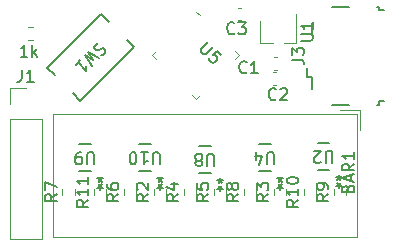
<source format=gbr>
%TF.GenerationSoftware,KiCad,Pcbnew,7.0.9*%
%TF.CreationDate,2024-08-09T11:55:52-06:00*%
%TF.ProjectId,SWAG_BAR_LED_ARM,53574147-5f42-4415-925f-4c45445f4152,rev?*%
%TF.SameCoordinates,Original*%
%TF.FileFunction,Legend,Top*%
%TF.FilePolarity,Positive*%
%FSLAX46Y46*%
G04 Gerber Fmt 4.6, Leading zero omitted, Abs format (unit mm)*
G04 Created by KiCad (PCBNEW 7.0.9) date 2024-08-09 11:55:52*
%MOMM*%
%LPD*%
G01*
G04 APERTURE LIST*
%ADD10C,0.150000*%
%ADD11C,0.120000*%
%ADD12C,0.152400*%
G04 APERTURE END LIST*
D10*
X78570152Y-93825219D02*
X77998724Y-93825219D01*
X78284438Y-93825219D02*
X78284438Y-92825219D01*
X78284438Y-92825219D02*
X78189200Y-92968076D01*
X78189200Y-92968076D02*
X78093962Y-93063314D01*
X78093962Y-93063314D02*
X77998724Y-93110933D01*
X78998724Y-93825219D02*
X78998724Y-92825219D01*
X79093962Y-93444266D02*
X79379676Y-93825219D01*
X79379676Y-93158552D02*
X78998724Y-93539504D01*
X97128333Y-95101580D02*
X97080714Y-95149200D01*
X97080714Y-95149200D02*
X96937857Y-95196819D01*
X96937857Y-95196819D02*
X96842619Y-95196819D01*
X96842619Y-95196819D02*
X96699762Y-95149200D01*
X96699762Y-95149200D02*
X96604524Y-95053961D01*
X96604524Y-95053961D02*
X96556905Y-94958723D01*
X96556905Y-94958723D02*
X96509286Y-94768247D01*
X96509286Y-94768247D02*
X96509286Y-94625390D01*
X96509286Y-94625390D02*
X96556905Y-94434914D01*
X96556905Y-94434914D02*
X96604524Y-94339676D01*
X96604524Y-94339676D02*
X96699762Y-94244438D01*
X96699762Y-94244438D02*
X96842619Y-94196819D01*
X96842619Y-94196819D02*
X96937857Y-94196819D01*
X96937857Y-94196819D02*
X97080714Y-94244438D01*
X97080714Y-94244438D02*
X97128333Y-94292057D01*
X98080714Y-95196819D02*
X97509286Y-95196819D01*
X97795000Y-95196819D02*
X97795000Y-94196819D01*
X97795000Y-94196819D02*
X97699762Y-94339676D01*
X97699762Y-94339676D02*
X97604524Y-94434914D01*
X97604524Y-94434914D02*
X97509286Y-94482533D01*
X100983819Y-94059333D02*
X101698104Y-94059333D01*
X101698104Y-94059333D02*
X101840961Y-94106952D01*
X101840961Y-94106952D02*
X101936200Y-94202190D01*
X101936200Y-94202190D02*
X101983819Y-94345047D01*
X101983819Y-94345047D02*
X101983819Y-94440285D01*
X100983819Y-93678380D02*
X100983819Y-93059333D01*
X100983819Y-93059333D02*
X101364771Y-93392666D01*
X101364771Y-93392666D02*
X101364771Y-93249809D01*
X101364771Y-93249809D02*
X101412390Y-93154571D01*
X101412390Y-93154571D02*
X101460009Y-93106952D01*
X101460009Y-93106952D02*
X101555247Y-93059333D01*
X101555247Y-93059333D02*
X101793342Y-93059333D01*
X101793342Y-93059333D02*
X101888580Y-93106952D01*
X101888580Y-93106952D02*
X101936200Y-93154571D01*
X101936200Y-93154571D02*
X101983819Y-93249809D01*
X101983819Y-93249809D02*
X101983819Y-93535523D01*
X101983819Y-93535523D02*
X101936200Y-93630761D01*
X101936200Y-93630761D02*
X101888580Y-93678380D01*
X84200904Y-102907180D02*
X84200904Y-102097657D01*
X84200904Y-102097657D02*
X84153285Y-102002419D01*
X84153285Y-102002419D02*
X84105666Y-101954800D01*
X84105666Y-101954800D02*
X84010428Y-101907180D01*
X84010428Y-101907180D02*
X83819952Y-101907180D01*
X83819952Y-101907180D02*
X83724714Y-101954800D01*
X83724714Y-101954800D02*
X83677095Y-102002419D01*
X83677095Y-102002419D02*
X83629476Y-102097657D01*
X83629476Y-102097657D02*
X83629476Y-102907180D01*
X83105666Y-101907180D02*
X82915190Y-101907180D01*
X82915190Y-101907180D02*
X82819952Y-101954800D01*
X82819952Y-101954800D02*
X82772333Y-102002419D01*
X82772333Y-102002419D02*
X82677095Y-102145276D01*
X82677095Y-102145276D02*
X82629476Y-102335752D01*
X82629476Y-102335752D02*
X82629476Y-102716704D01*
X82629476Y-102716704D02*
X82677095Y-102811942D01*
X82677095Y-102811942D02*
X82724714Y-102859561D01*
X82724714Y-102859561D02*
X82819952Y-102907180D01*
X82819952Y-102907180D02*
X83010428Y-102907180D01*
X83010428Y-102907180D02*
X83105666Y-102859561D01*
X83105666Y-102859561D02*
X83153285Y-102811942D01*
X83153285Y-102811942D02*
X83200904Y-102716704D01*
X83200904Y-102716704D02*
X83200904Y-102478609D01*
X83200904Y-102478609D02*
X83153285Y-102383371D01*
X83153285Y-102383371D02*
X83105666Y-102335752D01*
X83105666Y-102335752D02*
X83010428Y-102288133D01*
X83010428Y-102288133D02*
X82819952Y-102288133D01*
X82819952Y-102288133D02*
X82724714Y-102335752D01*
X82724714Y-102335752D02*
X82677095Y-102383371D01*
X82677095Y-102383371D02*
X82629476Y-102478609D01*
X84734400Y-103965419D02*
X84734400Y-104203514D01*
X84496305Y-104108276D02*
X84734400Y-104203514D01*
X84734400Y-104203514D02*
X84972495Y-104108276D01*
X84591543Y-104393990D02*
X84734400Y-104203514D01*
X84734400Y-104203514D02*
X84877257Y-104393990D01*
X84734399Y-105055780D02*
X84734399Y-104817685D01*
X84972494Y-104912923D02*
X84734399Y-104817685D01*
X84734399Y-104817685D02*
X84496304Y-104912923D01*
X84877256Y-104627209D02*
X84734399Y-104817685D01*
X84734399Y-104817685D02*
X84591542Y-104627209D01*
X99440904Y-102907180D02*
X99440904Y-102097657D01*
X99440904Y-102097657D02*
X99393285Y-102002419D01*
X99393285Y-102002419D02*
X99345666Y-101954800D01*
X99345666Y-101954800D02*
X99250428Y-101907180D01*
X99250428Y-101907180D02*
X99059952Y-101907180D01*
X99059952Y-101907180D02*
X98964714Y-101954800D01*
X98964714Y-101954800D02*
X98917095Y-102002419D01*
X98917095Y-102002419D02*
X98869476Y-102097657D01*
X98869476Y-102097657D02*
X98869476Y-102907180D01*
X97964714Y-102573847D02*
X97964714Y-101907180D01*
X98202809Y-102954800D02*
X98440904Y-102240514D01*
X98440904Y-102240514D02*
X97821857Y-102240514D01*
X99974399Y-105055780D02*
X99974399Y-104817685D01*
X100212494Y-104912923D02*
X99974399Y-104817685D01*
X99974399Y-104817685D02*
X99736304Y-104912923D01*
X100117256Y-104627209D02*
X99974399Y-104817685D01*
X99974399Y-104817685D02*
X99831542Y-104627209D01*
X99974400Y-103965419D02*
X99974400Y-104203514D01*
X99736305Y-104108276D02*
X99974400Y-104203514D01*
X99974400Y-104203514D02*
X100212495Y-104108276D01*
X99831543Y-104393990D02*
X99974400Y-104203514D01*
X99974400Y-104203514D02*
X100117257Y-104393990D01*
X88813819Y-105449666D02*
X88337628Y-105782999D01*
X88813819Y-106021094D02*
X87813819Y-106021094D01*
X87813819Y-106021094D02*
X87813819Y-105640142D01*
X87813819Y-105640142D02*
X87861438Y-105544904D01*
X87861438Y-105544904D02*
X87909057Y-105497285D01*
X87909057Y-105497285D02*
X88004295Y-105449666D01*
X88004295Y-105449666D02*
X88147152Y-105449666D01*
X88147152Y-105449666D02*
X88242390Y-105497285D01*
X88242390Y-105497285D02*
X88290009Y-105544904D01*
X88290009Y-105544904D02*
X88337628Y-105640142D01*
X88337628Y-105640142D02*
X88337628Y-106021094D01*
X87909057Y-105068713D02*
X87861438Y-105021094D01*
X87861438Y-105021094D02*
X87813819Y-104925856D01*
X87813819Y-104925856D02*
X87813819Y-104687761D01*
X87813819Y-104687761D02*
X87861438Y-104592523D01*
X87861438Y-104592523D02*
X87909057Y-104544904D01*
X87909057Y-104544904D02*
X88004295Y-104497285D01*
X88004295Y-104497285D02*
X88099533Y-104497285D01*
X88099533Y-104497285D02*
X88242390Y-104544904D01*
X88242390Y-104544904D02*
X88813819Y-105116332D01*
X88813819Y-105116332D02*
X88813819Y-104497285D01*
X96099333Y-91799580D02*
X96051714Y-91847200D01*
X96051714Y-91847200D02*
X95908857Y-91894819D01*
X95908857Y-91894819D02*
X95813619Y-91894819D01*
X95813619Y-91894819D02*
X95670762Y-91847200D01*
X95670762Y-91847200D02*
X95575524Y-91751961D01*
X95575524Y-91751961D02*
X95527905Y-91656723D01*
X95527905Y-91656723D02*
X95480286Y-91466247D01*
X95480286Y-91466247D02*
X95480286Y-91323390D01*
X95480286Y-91323390D02*
X95527905Y-91132914D01*
X95527905Y-91132914D02*
X95575524Y-91037676D01*
X95575524Y-91037676D02*
X95670762Y-90942438D01*
X95670762Y-90942438D02*
X95813619Y-90894819D01*
X95813619Y-90894819D02*
X95908857Y-90894819D01*
X95908857Y-90894819D02*
X96051714Y-90942438D01*
X96051714Y-90942438D02*
X96099333Y-90990057D01*
X96432667Y-90894819D02*
X97051714Y-90894819D01*
X97051714Y-90894819D02*
X96718381Y-91275771D01*
X96718381Y-91275771D02*
X96861238Y-91275771D01*
X96861238Y-91275771D02*
X96956476Y-91323390D01*
X96956476Y-91323390D02*
X97004095Y-91371009D01*
X97004095Y-91371009D02*
X97051714Y-91466247D01*
X97051714Y-91466247D02*
X97051714Y-91704342D01*
X97051714Y-91704342D02*
X97004095Y-91799580D01*
X97004095Y-91799580D02*
X96956476Y-91847200D01*
X96956476Y-91847200D02*
X96861238Y-91894819D01*
X96861238Y-91894819D02*
X96575524Y-91894819D01*
X96575524Y-91894819D02*
X96480286Y-91847200D01*
X96480286Y-91847200D02*
X96432667Y-91799580D01*
X81066819Y-105449666D02*
X80590628Y-105782999D01*
X81066819Y-106021094D02*
X80066819Y-106021094D01*
X80066819Y-106021094D02*
X80066819Y-105640142D01*
X80066819Y-105640142D02*
X80114438Y-105544904D01*
X80114438Y-105544904D02*
X80162057Y-105497285D01*
X80162057Y-105497285D02*
X80257295Y-105449666D01*
X80257295Y-105449666D02*
X80400152Y-105449666D01*
X80400152Y-105449666D02*
X80495390Y-105497285D01*
X80495390Y-105497285D02*
X80543009Y-105544904D01*
X80543009Y-105544904D02*
X80590628Y-105640142D01*
X80590628Y-105640142D02*
X80590628Y-106021094D01*
X80066819Y-105116332D02*
X80066819Y-104449666D01*
X80066819Y-104449666D02*
X81066819Y-104878237D01*
X101513819Y-105925857D02*
X101037628Y-106259190D01*
X101513819Y-106497285D02*
X100513819Y-106497285D01*
X100513819Y-106497285D02*
X100513819Y-106116333D01*
X100513819Y-106116333D02*
X100561438Y-106021095D01*
X100561438Y-106021095D02*
X100609057Y-105973476D01*
X100609057Y-105973476D02*
X100704295Y-105925857D01*
X100704295Y-105925857D02*
X100847152Y-105925857D01*
X100847152Y-105925857D02*
X100942390Y-105973476D01*
X100942390Y-105973476D02*
X100990009Y-106021095D01*
X100990009Y-106021095D02*
X101037628Y-106116333D01*
X101037628Y-106116333D02*
X101037628Y-106497285D01*
X101513819Y-104973476D02*
X101513819Y-105544904D01*
X101513819Y-105259190D02*
X100513819Y-105259190D01*
X100513819Y-105259190D02*
X100656676Y-105354428D01*
X100656676Y-105354428D02*
X100751914Y-105449666D01*
X100751914Y-105449666D02*
X100799533Y-105544904D01*
X100513819Y-104354428D02*
X100513819Y-104259190D01*
X100513819Y-104259190D02*
X100561438Y-104163952D01*
X100561438Y-104163952D02*
X100609057Y-104116333D01*
X100609057Y-104116333D02*
X100704295Y-104068714D01*
X100704295Y-104068714D02*
X100894771Y-104021095D01*
X100894771Y-104021095D02*
X101132866Y-104021095D01*
X101132866Y-104021095D02*
X101323342Y-104068714D01*
X101323342Y-104068714D02*
X101418580Y-104116333D01*
X101418580Y-104116333D02*
X101466200Y-104163952D01*
X101466200Y-104163952D02*
X101513819Y-104259190D01*
X101513819Y-104259190D02*
X101513819Y-104354428D01*
X101513819Y-104354428D02*
X101466200Y-104449666D01*
X101466200Y-104449666D02*
X101418580Y-104497285D01*
X101418580Y-104497285D02*
X101323342Y-104544904D01*
X101323342Y-104544904D02*
X101132866Y-104592523D01*
X101132866Y-104592523D02*
X100894771Y-104592523D01*
X100894771Y-104592523D02*
X100704295Y-104544904D01*
X100704295Y-104544904D02*
X100609057Y-104497285D01*
X100609057Y-104497285D02*
X100561438Y-104449666D01*
X100561438Y-104449666D02*
X100513819Y-104354428D01*
X93877553Y-92598550D02*
X93305133Y-93170970D01*
X93305133Y-93170970D02*
X93271461Y-93271985D01*
X93271461Y-93271985D02*
X93271461Y-93339329D01*
X93271461Y-93339329D02*
X93305133Y-93440344D01*
X93305133Y-93440344D02*
X93439820Y-93575031D01*
X93439820Y-93575031D02*
X93540835Y-93608703D01*
X93540835Y-93608703D02*
X93608179Y-93608703D01*
X93608179Y-93608703D02*
X93709194Y-93575031D01*
X93709194Y-93575031D02*
X94281614Y-93002611D01*
X94955049Y-93676046D02*
X94618331Y-93339329D01*
X94618331Y-93339329D02*
X94247942Y-93642375D01*
X94247942Y-93642375D02*
X94315285Y-93642375D01*
X94315285Y-93642375D02*
X94416301Y-93676046D01*
X94416301Y-93676046D02*
X94584659Y-93844405D01*
X94584659Y-93844405D02*
X94618331Y-93945420D01*
X94618331Y-93945420D02*
X94618331Y-94012764D01*
X94618331Y-94012764D02*
X94584659Y-94113779D01*
X94584659Y-94113779D02*
X94416301Y-94282138D01*
X94416301Y-94282138D02*
X94315285Y-94315810D01*
X94315285Y-94315810D02*
X94247942Y-94315810D01*
X94247942Y-94315810D02*
X94146927Y-94282138D01*
X94146927Y-94282138D02*
X93978568Y-94113779D01*
X93978568Y-94113779D02*
X93944896Y-94012764D01*
X93944896Y-94012764D02*
X93944896Y-93945420D01*
X78101866Y-94914819D02*
X78101866Y-95629104D01*
X78101866Y-95629104D02*
X78054247Y-95771961D01*
X78054247Y-95771961D02*
X77959009Y-95867200D01*
X77959009Y-95867200D02*
X77816152Y-95914819D01*
X77816152Y-95914819D02*
X77720914Y-95914819D01*
X79101866Y-95914819D02*
X78530438Y-95914819D01*
X78816152Y-95914819D02*
X78816152Y-94914819D01*
X78816152Y-94914819D02*
X78720914Y-95057676D01*
X78720914Y-95057676D02*
X78625676Y-95152914D01*
X78625676Y-95152914D02*
X78530438Y-95200533D01*
X96433819Y-105449666D02*
X95957628Y-105782999D01*
X96433819Y-106021094D02*
X95433819Y-106021094D01*
X95433819Y-106021094D02*
X95433819Y-105640142D01*
X95433819Y-105640142D02*
X95481438Y-105544904D01*
X95481438Y-105544904D02*
X95529057Y-105497285D01*
X95529057Y-105497285D02*
X95624295Y-105449666D01*
X95624295Y-105449666D02*
X95767152Y-105449666D01*
X95767152Y-105449666D02*
X95862390Y-105497285D01*
X95862390Y-105497285D02*
X95910009Y-105544904D01*
X95910009Y-105544904D02*
X95957628Y-105640142D01*
X95957628Y-105640142D02*
X95957628Y-106021094D01*
X95862390Y-104878237D02*
X95814771Y-104973475D01*
X95814771Y-104973475D02*
X95767152Y-105021094D01*
X95767152Y-105021094D02*
X95671914Y-105068713D01*
X95671914Y-105068713D02*
X95624295Y-105068713D01*
X95624295Y-105068713D02*
X95529057Y-105021094D01*
X95529057Y-105021094D02*
X95481438Y-104973475D01*
X95481438Y-104973475D02*
X95433819Y-104878237D01*
X95433819Y-104878237D02*
X95433819Y-104687761D01*
X95433819Y-104687761D02*
X95481438Y-104592523D01*
X95481438Y-104592523D02*
X95529057Y-104544904D01*
X95529057Y-104544904D02*
X95624295Y-104497285D01*
X95624295Y-104497285D02*
X95671914Y-104497285D01*
X95671914Y-104497285D02*
X95767152Y-104544904D01*
X95767152Y-104544904D02*
X95814771Y-104592523D01*
X95814771Y-104592523D02*
X95862390Y-104687761D01*
X95862390Y-104687761D02*
X95862390Y-104878237D01*
X95862390Y-104878237D02*
X95910009Y-104973475D01*
X95910009Y-104973475D02*
X95957628Y-105021094D01*
X95957628Y-105021094D02*
X96052866Y-105068713D01*
X96052866Y-105068713D02*
X96243342Y-105068713D01*
X96243342Y-105068713D02*
X96338580Y-105021094D01*
X96338580Y-105021094D02*
X96386200Y-104973475D01*
X96386200Y-104973475D02*
X96433819Y-104878237D01*
X96433819Y-104878237D02*
X96433819Y-104687761D01*
X96433819Y-104687761D02*
X96386200Y-104592523D01*
X96386200Y-104592523D02*
X96338580Y-104544904D01*
X96338580Y-104544904D02*
X96243342Y-104497285D01*
X96243342Y-104497285D02*
X96052866Y-104497285D01*
X96052866Y-104497285D02*
X95957628Y-104544904D01*
X95957628Y-104544904D02*
X95910009Y-104592523D01*
X95910009Y-104592523D02*
X95862390Y-104687761D01*
X91353819Y-105449666D02*
X90877628Y-105782999D01*
X91353819Y-106021094D02*
X90353819Y-106021094D01*
X90353819Y-106021094D02*
X90353819Y-105640142D01*
X90353819Y-105640142D02*
X90401438Y-105544904D01*
X90401438Y-105544904D02*
X90449057Y-105497285D01*
X90449057Y-105497285D02*
X90544295Y-105449666D01*
X90544295Y-105449666D02*
X90687152Y-105449666D01*
X90687152Y-105449666D02*
X90782390Y-105497285D01*
X90782390Y-105497285D02*
X90830009Y-105544904D01*
X90830009Y-105544904D02*
X90877628Y-105640142D01*
X90877628Y-105640142D02*
X90877628Y-106021094D01*
X90687152Y-104592523D02*
X91353819Y-104592523D01*
X90306200Y-104830618D02*
X91020485Y-105068713D01*
X91020485Y-105068713D02*
X91020485Y-104449666D01*
X83733819Y-105925857D02*
X83257628Y-106259190D01*
X83733819Y-106497285D02*
X82733819Y-106497285D01*
X82733819Y-106497285D02*
X82733819Y-106116333D01*
X82733819Y-106116333D02*
X82781438Y-106021095D01*
X82781438Y-106021095D02*
X82829057Y-105973476D01*
X82829057Y-105973476D02*
X82924295Y-105925857D01*
X82924295Y-105925857D02*
X83067152Y-105925857D01*
X83067152Y-105925857D02*
X83162390Y-105973476D01*
X83162390Y-105973476D02*
X83210009Y-106021095D01*
X83210009Y-106021095D02*
X83257628Y-106116333D01*
X83257628Y-106116333D02*
X83257628Y-106497285D01*
X83733819Y-104973476D02*
X83733819Y-105544904D01*
X83733819Y-105259190D02*
X82733819Y-105259190D01*
X82733819Y-105259190D02*
X82876676Y-105354428D01*
X82876676Y-105354428D02*
X82971914Y-105449666D01*
X82971914Y-105449666D02*
X83019533Y-105544904D01*
X83733819Y-104021095D02*
X83733819Y-104592523D01*
X83733819Y-104306809D02*
X82733819Y-104306809D01*
X82733819Y-104306809D02*
X82876676Y-104402047D01*
X82876676Y-104402047D02*
X82971914Y-104497285D01*
X82971914Y-104497285D02*
X83019533Y-104592523D01*
X104053819Y-105449666D02*
X103577628Y-105782999D01*
X104053819Y-106021094D02*
X103053819Y-106021094D01*
X103053819Y-106021094D02*
X103053819Y-105640142D01*
X103053819Y-105640142D02*
X103101438Y-105544904D01*
X103101438Y-105544904D02*
X103149057Y-105497285D01*
X103149057Y-105497285D02*
X103244295Y-105449666D01*
X103244295Y-105449666D02*
X103387152Y-105449666D01*
X103387152Y-105449666D02*
X103482390Y-105497285D01*
X103482390Y-105497285D02*
X103530009Y-105544904D01*
X103530009Y-105544904D02*
X103577628Y-105640142D01*
X103577628Y-105640142D02*
X103577628Y-106021094D01*
X104053819Y-104973475D02*
X104053819Y-104782999D01*
X104053819Y-104782999D02*
X104006200Y-104687761D01*
X104006200Y-104687761D02*
X103958580Y-104640142D01*
X103958580Y-104640142D02*
X103815723Y-104544904D01*
X103815723Y-104544904D02*
X103625247Y-104497285D01*
X103625247Y-104497285D02*
X103244295Y-104497285D01*
X103244295Y-104497285D02*
X103149057Y-104544904D01*
X103149057Y-104544904D02*
X103101438Y-104592523D01*
X103101438Y-104592523D02*
X103053819Y-104687761D01*
X103053819Y-104687761D02*
X103053819Y-104878237D01*
X103053819Y-104878237D02*
X103101438Y-104973475D01*
X103101438Y-104973475D02*
X103149057Y-105021094D01*
X103149057Y-105021094D02*
X103244295Y-105068713D01*
X103244295Y-105068713D02*
X103482390Y-105068713D01*
X103482390Y-105068713D02*
X103577628Y-105021094D01*
X103577628Y-105021094D02*
X103625247Y-104973475D01*
X103625247Y-104973475D02*
X103672866Y-104878237D01*
X103672866Y-104878237D02*
X103672866Y-104687761D01*
X103672866Y-104687761D02*
X103625247Y-104592523D01*
X103625247Y-104592523D02*
X103577628Y-104544904D01*
X103577628Y-104544904D02*
X103482390Y-104497285D01*
X84576474Y-92647657D02*
X84441787Y-92715000D01*
X84441787Y-92715000D02*
X84273429Y-92883359D01*
X84273429Y-92883359D02*
X84239757Y-92984374D01*
X84239757Y-92984374D02*
X84239757Y-93051718D01*
X84239757Y-93051718D02*
X84273429Y-93152733D01*
X84273429Y-93152733D02*
X84340772Y-93220077D01*
X84340772Y-93220077D02*
X84441787Y-93253748D01*
X84441787Y-93253748D02*
X84509131Y-93253748D01*
X84509131Y-93253748D02*
X84610146Y-93220077D01*
X84610146Y-93220077D02*
X84778505Y-93119061D01*
X84778505Y-93119061D02*
X84879520Y-93085390D01*
X84879520Y-93085390D02*
X84946864Y-93085390D01*
X84946864Y-93085390D02*
X85047879Y-93119061D01*
X85047879Y-93119061D02*
X85115222Y-93186405D01*
X85115222Y-93186405D02*
X85148894Y-93287420D01*
X85148894Y-93287420D02*
X85148894Y-93354764D01*
X85148894Y-93354764D02*
X85115222Y-93455779D01*
X85115222Y-93455779D02*
X84946864Y-93624138D01*
X84946864Y-93624138D02*
X84812177Y-93691481D01*
X84610146Y-93960855D02*
X83734680Y-93422107D01*
X83734680Y-93422107D02*
X84105070Y-94061871D01*
X84105070Y-94061871D02*
X83465306Y-93691481D01*
X83465306Y-93691481D02*
X84004054Y-94566947D01*
X82657185Y-94499603D02*
X83061246Y-94095542D01*
X82859215Y-94297573D02*
X83566322Y-95004679D01*
X83566322Y-95004679D02*
X83532650Y-94836321D01*
X83532650Y-94836321D02*
X83532650Y-94701634D01*
X83532650Y-94701634D02*
X83566322Y-94600618D01*
X104393904Y-102780180D02*
X104393904Y-101970657D01*
X104393904Y-101970657D02*
X104346285Y-101875419D01*
X104346285Y-101875419D02*
X104298666Y-101827800D01*
X104298666Y-101827800D02*
X104203428Y-101780180D01*
X104203428Y-101780180D02*
X104012952Y-101780180D01*
X104012952Y-101780180D02*
X103917714Y-101827800D01*
X103917714Y-101827800D02*
X103870095Y-101875419D01*
X103870095Y-101875419D02*
X103822476Y-101970657D01*
X103822476Y-101970657D02*
X103822476Y-102780180D01*
X103393904Y-102684942D02*
X103346285Y-102732561D01*
X103346285Y-102732561D02*
X103251047Y-102780180D01*
X103251047Y-102780180D02*
X103012952Y-102780180D01*
X103012952Y-102780180D02*
X102917714Y-102732561D01*
X102917714Y-102732561D02*
X102870095Y-102684942D01*
X102870095Y-102684942D02*
X102822476Y-102589704D01*
X102822476Y-102589704D02*
X102822476Y-102494466D01*
X102822476Y-102494466D02*
X102870095Y-102351609D01*
X102870095Y-102351609D02*
X103441523Y-101780180D01*
X103441523Y-101780180D02*
X102822476Y-101780180D01*
X104927400Y-103838419D02*
X104927400Y-104076514D01*
X104689305Y-103981276D02*
X104927400Y-104076514D01*
X104927400Y-104076514D02*
X105165495Y-103981276D01*
X104784543Y-104266990D02*
X104927400Y-104076514D01*
X104927400Y-104076514D02*
X105070257Y-104266990D01*
X104927399Y-104928780D02*
X104927399Y-104690685D01*
X105165494Y-104785923D02*
X104927399Y-104690685D01*
X104927399Y-104690685D02*
X104689304Y-104785923D01*
X105070256Y-104500209D02*
X104927399Y-104690685D01*
X104927399Y-104690685D02*
X104784542Y-104500209D01*
X89757094Y-102907180D02*
X89757094Y-102097657D01*
X89757094Y-102097657D02*
X89709475Y-102002419D01*
X89709475Y-102002419D02*
X89661856Y-101954800D01*
X89661856Y-101954800D02*
X89566618Y-101907180D01*
X89566618Y-101907180D02*
X89376142Y-101907180D01*
X89376142Y-101907180D02*
X89280904Y-101954800D01*
X89280904Y-101954800D02*
X89233285Y-102002419D01*
X89233285Y-102002419D02*
X89185666Y-102097657D01*
X89185666Y-102097657D02*
X89185666Y-102907180D01*
X88185666Y-101907180D02*
X88757094Y-101907180D01*
X88471380Y-101907180D02*
X88471380Y-102907180D01*
X88471380Y-102907180D02*
X88566618Y-102764323D01*
X88566618Y-102764323D02*
X88661856Y-102669085D01*
X88661856Y-102669085D02*
X88757094Y-102621466D01*
X87566618Y-102907180D02*
X87471380Y-102907180D01*
X87471380Y-102907180D02*
X87376142Y-102859561D01*
X87376142Y-102859561D02*
X87328523Y-102811942D01*
X87328523Y-102811942D02*
X87280904Y-102716704D01*
X87280904Y-102716704D02*
X87233285Y-102526228D01*
X87233285Y-102526228D02*
X87233285Y-102288133D01*
X87233285Y-102288133D02*
X87280904Y-102097657D01*
X87280904Y-102097657D02*
X87328523Y-102002419D01*
X87328523Y-102002419D02*
X87376142Y-101954800D01*
X87376142Y-101954800D02*
X87471380Y-101907180D01*
X87471380Y-101907180D02*
X87566618Y-101907180D01*
X87566618Y-101907180D02*
X87661856Y-101954800D01*
X87661856Y-101954800D02*
X87709475Y-102002419D01*
X87709475Y-102002419D02*
X87757094Y-102097657D01*
X87757094Y-102097657D02*
X87804713Y-102288133D01*
X87804713Y-102288133D02*
X87804713Y-102526228D01*
X87804713Y-102526228D02*
X87757094Y-102716704D01*
X87757094Y-102716704D02*
X87709475Y-102811942D01*
X87709475Y-102811942D02*
X87661856Y-102859561D01*
X87661856Y-102859561D02*
X87566618Y-102907180D01*
X89814399Y-105055780D02*
X89814399Y-104817685D01*
X90052494Y-104912923D02*
X89814399Y-104817685D01*
X89814399Y-104817685D02*
X89576304Y-104912923D01*
X89957256Y-104627209D02*
X89814399Y-104817685D01*
X89814399Y-104817685D02*
X89671542Y-104627209D01*
X89814400Y-103965419D02*
X89814400Y-104203514D01*
X89576305Y-104108276D02*
X89814400Y-104203514D01*
X89814400Y-104203514D02*
X90052495Y-104108276D01*
X89671543Y-104393990D02*
X89814400Y-104203514D01*
X89814400Y-104203514D02*
X89957257Y-104393990D01*
X99604533Y-97387580D02*
X99556914Y-97435200D01*
X99556914Y-97435200D02*
X99414057Y-97482819D01*
X99414057Y-97482819D02*
X99318819Y-97482819D01*
X99318819Y-97482819D02*
X99175962Y-97435200D01*
X99175962Y-97435200D02*
X99080724Y-97339961D01*
X99080724Y-97339961D02*
X99033105Y-97244723D01*
X99033105Y-97244723D02*
X98985486Y-97054247D01*
X98985486Y-97054247D02*
X98985486Y-96911390D01*
X98985486Y-96911390D02*
X99033105Y-96720914D01*
X99033105Y-96720914D02*
X99080724Y-96625676D01*
X99080724Y-96625676D02*
X99175962Y-96530438D01*
X99175962Y-96530438D02*
X99318819Y-96482819D01*
X99318819Y-96482819D02*
X99414057Y-96482819D01*
X99414057Y-96482819D02*
X99556914Y-96530438D01*
X99556914Y-96530438D02*
X99604533Y-96578057D01*
X99985486Y-96578057D02*
X100033105Y-96530438D01*
X100033105Y-96530438D02*
X100128343Y-96482819D01*
X100128343Y-96482819D02*
X100366438Y-96482819D01*
X100366438Y-96482819D02*
X100461676Y-96530438D01*
X100461676Y-96530438D02*
X100509295Y-96578057D01*
X100509295Y-96578057D02*
X100556914Y-96673295D01*
X100556914Y-96673295D02*
X100556914Y-96768533D01*
X100556914Y-96768533D02*
X100509295Y-96911390D01*
X100509295Y-96911390D02*
X99937867Y-97482819D01*
X99937867Y-97482819D02*
X100556914Y-97482819D01*
X93893819Y-105449666D02*
X93417628Y-105782999D01*
X93893819Y-106021094D02*
X92893819Y-106021094D01*
X92893819Y-106021094D02*
X92893819Y-105640142D01*
X92893819Y-105640142D02*
X92941438Y-105544904D01*
X92941438Y-105544904D02*
X92989057Y-105497285D01*
X92989057Y-105497285D02*
X93084295Y-105449666D01*
X93084295Y-105449666D02*
X93227152Y-105449666D01*
X93227152Y-105449666D02*
X93322390Y-105497285D01*
X93322390Y-105497285D02*
X93370009Y-105544904D01*
X93370009Y-105544904D02*
X93417628Y-105640142D01*
X93417628Y-105640142D02*
X93417628Y-106021094D01*
X92893819Y-104544904D02*
X92893819Y-105021094D01*
X92893819Y-105021094D02*
X93370009Y-105068713D01*
X93370009Y-105068713D02*
X93322390Y-105021094D01*
X93322390Y-105021094D02*
X93274771Y-104925856D01*
X93274771Y-104925856D02*
X93274771Y-104687761D01*
X93274771Y-104687761D02*
X93322390Y-104592523D01*
X93322390Y-104592523D02*
X93370009Y-104544904D01*
X93370009Y-104544904D02*
X93465247Y-104497285D01*
X93465247Y-104497285D02*
X93703342Y-104497285D01*
X93703342Y-104497285D02*
X93798580Y-104544904D01*
X93798580Y-104544904D02*
X93846200Y-104592523D01*
X93846200Y-104592523D02*
X93893819Y-104687761D01*
X93893819Y-104687761D02*
X93893819Y-104925856D01*
X93893819Y-104925856D02*
X93846200Y-105021094D01*
X93846200Y-105021094D02*
X93798580Y-105068713D01*
X86273819Y-105449666D02*
X85797628Y-105782999D01*
X86273819Y-106021094D02*
X85273819Y-106021094D01*
X85273819Y-106021094D02*
X85273819Y-105640142D01*
X85273819Y-105640142D02*
X85321438Y-105544904D01*
X85321438Y-105544904D02*
X85369057Y-105497285D01*
X85369057Y-105497285D02*
X85464295Y-105449666D01*
X85464295Y-105449666D02*
X85607152Y-105449666D01*
X85607152Y-105449666D02*
X85702390Y-105497285D01*
X85702390Y-105497285D02*
X85750009Y-105544904D01*
X85750009Y-105544904D02*
X85797628Y-105640142D01*
X85797628Y-105640142D02*
X85797628Y-106021094D01*
X85273819Y-104592523D02*
X85273819Y-104782999D01*
X85273819Y-104782999D02*
X85321438Y-104878237D01*
X85321438Y-104878237D02*
X85369057Y-104925856D01*
X85369057Y-104925856D02*
X85511914Y-105021094D01*
X85511914Y-105021094D02*
X85702390Y-105068713D01*
X85702390Y-105068713D02*
X86083342Y-105068713D01*
X86083342Y-105068713D02*
X86178580Y-105021094D01*
X86178580Y-105021094D02*
X86226200Y-104973475D01*
X86226200Y-104973475D02*
X86273819Y-104878237D01*
X86273819Y-104878237D02*
X86273819Y-104687761D01*
X86273819Y-104687761D02*
X86226200Y-104592523D01*
X86226200Y-104592523D02*
X86178580Y-104544904D01*
X86178580Y-104544904D02*
X86083342Y-104497285D01*
X86083342Y-104497285D02*
X85845247Y-104497285D01*
X85845247Y-104497285D02*
X85750009Y-104544904D01*
X85750009Y-104544904D02*
X85702390Y-104592523D01*
X85702390Y-104592523D02*
X85654771Y-104687761D01*
X85654771Y-104687761D02*
X85654771Y-104878237D01*
X85654771Y-104878237D02*
X85702390Y-104973475D01*
X85702390Y-104973475D02*
X85750009Y-105021094D01*
X85750009Y-105021094D02*
X85845247Y-105068713D01*
X101726819Y-92455904D02*
X102536342Y-92455904D01*
X102536342Y-92455904D02*
X102631580Y-92408285D01*
X102631580Y-92408285D02*
X102679200Y-92360666D01*
X102679200Y-92360666D02*
X102726819Y-92265428D01*
X102726819Y-92265428D02*
X102726819Y-92074952D01*
X102726819Y-92074952D02*
X102679200Y-91979714D01*
X102679200Y-91979714D02*
X102631580Y-91932095D01*
X102631580Y-91932095D02*
X102536342Y-91884476D01*
X102536342Y-91884476D02*
X101726819Y-91884476D01*
X102726819Y-90884476D02*
X102726819Y-91455904D01*
X102726819Y-91170190D02*
X101726819Y-91170190D01*
X101726819Y-91170190D02*
X101869676Y-91265428D01*
X101869676Y-91265428D02*
X101964914Y-91360666D01*
X101964914Y-91360666D02*
X102012533Y-91455904D01*
X98973819Y-105449666D02*
X98497628Y-105782999D01*
X98973819Y-106021094D02*
X97973819Y-106021094D01*
X97973819Y-106021094D02*
X97973819Y-105640142D01*
X97973819Y-105640142D02*
X98021438Y-105544904D01*
X98021438Y-105544904D02*
X98069057Y-105497285D01*
X98069057Y-105497285D02*
X98164295Y-105449666D01*
X98164295Y-105449666D02*
X98307152Y-105449666D01*
X98307152Y-105449666D02*
X98402390Y-105497285D01*
X98402390Y-105497285D02*
X98450009Y-105544904D01*
X98450009Y-105544904D02*
X98497628Y-105640142D01*
X98497628Y-105640142D02*
X98497628Y-106021094D01*
X97973819Y-105116332D02*
X97973819Y-104497285D01*
X97973819Y-104497285D02*
X98354771Y-104830618D01*
X98354771Y-104830618D02*
X98354771Y-104687761D01*
X98354771Y-104687761D02*
X98402390Y-104592523D01*
X98402390Y-104592523D02*
X98450009Y-104544904D01*
X98450009Y-104544904D02*
X98545247Y-104497285D01*
X98545247Y-104497285D02*
X98783342Y-104497285D01*
X98783342Y-104497285D02*
X98878580Y-104544904D01*
X98878580Y-104544904D02*
X98926200Y-104592523D01*
X98926200Y-104592523D02*
X98973819Y-104687761D01*
X98973819Y-104687761D02*
X98973819Y-104973475D01*
X98973819Y-104973475D02*
X98926200Y-105068713D01*
X98926200Y-105068713D02*
X98878580Y-105116332D01*
X94360904Y-103034180D02*
X94360904Y-102224657D01*
X94360904Y-102224657D02*
X94313285Y-102129419D01*
X94313285Y-102129419D02*
X94265666Y-102081800D01*
X94265666Y-102081800D02*
X94170428Y-102034180D01*
X94170428Y-102034180D02*
X93979952Y-102034180D01*
X93979952Y-102034180D02*
X93884714Y-102081800D01*
X93884714Y-102081800D02*
X93837095Y-102129419D01*
X93837095Y-102129419D02*
X93789476Y-102224657D01*
X93789476Y-102224657D02*
X93789476Y-103034180D01*
X93170428Y-102605609D02*
X93265666Y-102653228D01*
X93265666Y-102653228D02*
X93313285Y-102700847D01*
X93313285Y-102700847D02*
X93360904Y-102796085D01*
X93360904Y-102796085D02*
X93360904Y-102843704D01*
X93360904Y-102843704D02*
X93313285Y-102938942D01*
X93313285Y-102938942D02*
X93265666Y-102986561D01*
X93265666Y-102986561D02*
X93170428Y-103034180D01*
X93170428Y-103034180D02*
X92979952Y-103034180D01*
X92979952Y-103034180D02*
X92884714Y-102986561D01*
X92884714Y-102986561D02*
X92837095Y-102938942D01*
X92837095Y-102938942D02*
X92789476Y-102843704D01*
X92789476Y-102843704D02*
X92789476Y-102796085D01*
X92789476Y-102796085D02*
X92837095Y-102700847D01*
X92837095Y-102700847D02*
X92884714Y-102653228D01*
X92884714Y-102653228D02*
X92979952Y-102605609D01*
X92979952Y-102605609D02*
X93170428Y-102605609D01*
X93170428Y-102605609D02*
X93265666Y-102557990D01*
X93265666Y-102557990D02*
X93313285Y-102510371D01*
X93313285Y-102510371D02*
X93360904Y-102415133D01*
X93360904Y-102415133D02*
X93360904Y-102224657D01*
X93360904Y-102224657D02*
X93313285Y-102129419D01*
X93313285Y-102129419D02*
X93265666Y-102081800D01*
X93265666Y-102081800D02*
X93170428Y-102034180D01*
X93170428Y-102034180D02*
X92979952Y-102034180D01*
X92979952Y-102034180D02*
X92884714Y-102081800D01*
X92884714Y-102081800D02*
X92837095Y-102129419D01*
X92837095Y-102129419D02*
X92789476Y-102224657D01*
X92789476Y-102224657D02*
X92789476Y-102415133D01*
X92789476Y-102415133D02*
X92837095Y-102510371D01*
X92837095Y-102510371D02*
X92884714Y-102557990D01*
X92884714Y-102557990D02*
X92979952Y-102605609D01*
X94894400Y-104092419D02*
X94894400Y-104330514D01*
X94656305Y-104235276D02*
X94894400Y-104330514D01*
X94894400Y-104330514D02*
X95132495Y-104235276D01*
X94751543Y-104520990D02*
X94894400Y-104330514D01*
X94894400Y-104330514D02*
X95037257Y-104520990D01*
X94894399Y-105182780D02*
X94894399Y-104944685D01*
X95132494Y-105039923D02*
X94894399Y-104944685D01*
X94894399Y-104944685D02*
X94656304Y-105039923D01*
X95037256Y-104754209D02*
X94894399Y-104944685D01*
X94894399Y-104944685D02*
X94751542Y-104754209D01*
X105722009Y-104965333D02*
X105769628Y-104822476D01*
X105769628Y-104822476D02*
X105817247Y-104774857D01*
X105817247Y-104774857D02*
X105912485Y-104727238D01*
X105912485Y-104727238D02*
X106055342Y-104727238D01*
X106055342Y-104727238D02*
X106150580Y-104774857D01*
X106150580Y-104774857D02*
X106198200Y-104822476D01*
X106198200Y-104822476D02*
X106245819Y-104917714D01*
X106245819Y-104917714D02*
X106245819Y-105298666D01*
X106245819Y-105298666D02*
X105245819Y-105298666D01*
X105245819Y-105298666D02*
X105245819Y-104965333D01*
X105245819Y-104965333D02*
X105293438Y-104870095D01*
X105293438Y-104870095D02*
X105341057Y-104822476D01*
X105341057Y-104822476D02*
X105436295Y-104774857D01*
X105436295Y-104774857D02*
X105531533Y-104774857D01*
X105531533Y-104774857D02*
X105626771Y-104822476D01*
X105626771Y-104822476D02*
X105674390Y-104870095D01*
X105674390Y-104870095D02*
X105722009Y-104965333D01*
X105722009Y-104965333D02*
X105722009Y-105298666D01*
X105960104Y-104346285D02*
X105960104Y-103870095D01*
X106245819Y-104441523D02*
X105245819Y-104108190D01*
X105245819Y-104108190D02*
X106245819Y-103774857D01*
X106245819Y-102870095D02*
X105769628Y-103203428D01*
X106245819Y-103441523D02*
X105245819Y-103441523D01*
X105245819Y-103441523D02*
X105245819Y-103060571D01*
X105245819Y-103060571D02*
X105293438Y-102965333D01*
X105293438Y-102965333D02*
X105341057Y-102917714D01*
X105341057Y-102917714D02*
X105436295Y-102870095D01*
X105436295Y-102870095D02*
X105579152Y-102870095D01*
X105579152Y-102870095D02*
X105674390Y-102917714D01*
X105674390Y-102917714D02*
X105722009Y-102965333D01*
X105722009Y-102965333D02*
X105769628Y-103060571D01*
X105769628Y-103060571D02*
X105769628Y-103441523D01*
X106245819Y-101917714D02*
X106245819Y-102489142D01*
X106245819Y-102203428D02*
X105245819Y-102203428D01*
X105245819Y-102203428D02*
X105388676Y-102298666D01*
X105388676Y-102298666D02*
X105483914Y-102393904D01*
X105483914Y-102393904D02*
X105531533Y-102489142D01*
D11*
%TO.C,C1*%
X99440420Y-93876400D02*
X99721580Y-93876400D01*
X99440420Y-94896400D02*
X99721580Y-94896400D01*
%TO.C,R12*%
X79078858Y-92368900D02*
X78604342Y-92368900D01*
X79078858Y-91323900D02*
X78604342Y-91323900D01*
D10*
%TO.C,J3*%
X104379000Y-97876000D02*
X105779000Y-97876000D01*
X108179000Y-97876000D02*
X108329000Y-97876000D01*
X108329000Y-97876000D02*
X108329000Y-97576000D01*
X108329000Y-97576000D02*
X108779000Y-97576000D01*
X102204000Y-95526000D02*
X102629000Y-95526000D01*
X102629000Y-95526000D02*
X102629000Y-96526000D01*
X102204000Y-94801000D02*
X102204000Y-95526000D01*
X102629000Y-91926000D02*
X102629000Y-90926000D01*
X108329000Y-89876000D02*
X108329000Y-89576000D01*
X108779000Y-89876000D02*
X108329000Y-89876000D01*
X105779000Y-89576000D02*
X104379000Y-89576000D01*
X108329000Y-89576000D02*
X108179000Y-89576000D01*
D12*
%TO.C,U9*%
X83922704Y-101231700D02*
X82955296Y-101231700D01*
X82955296Y-103492300D02*
X83922704Y-103492300D01*
%TO.C,U4*%
X99162704Y-101231700D02*
X98195296Y-101231700D01*
X98195296Y-103492300D02*
X99162704Y-103492300D01*
D11*
%TO.C,R2*%
X89266500Y-105520258D02*
X89266500Y-105045742D01*
X90311500Y-105520258D02*
X90311500Y-105045742D01*
%TO.C,C3*%
X96379420Y-89710800D02*
X96660580Y-89710800D01*
X96379420Y-90730800D02*
X96660580Y-90730800D01*
%TO.C,R7*%
X81519500Y-105520258D02*
X81519500Y-105045742D01*
X82564500Y-105520258D02*
X82564500Y-105045742D01*
%TO.C,R10*%
X101966500Y-105520258D02*
X101966500Y-105045742D01*
X103011500Y-105520258D02*
X103011500Y-105045742D01*
%TO.C,U5*%
X89120503Y-93675200D02*
X89456378Y-93339324D01*
X93147476Y-90319978D02*
X92811600Y-89984103D01*
X89456378Y-94011076D02*
X89120503Y-93675200D01*
X96166822Y-93339324D02*
X96502697Y-93675200D01*
X92475724Y-97030422D02*
X92811600Y-97366297D01*
X96502697Y-93675200D02*
X96166822Y-94011076D01*
X92811600Y-97366297D02*
X93147476Y-97030422D01*
%TO.C,J1*%
X77105200Y-96460000D02*
X78435200Y-96460000D01*
X77105200Y-97790000D02*
X77105200Y-96460000D01*
X77105200Y-99060000D02*
X77105200Y-109280000D01*
X77105200Y-99060000D02*
X79765200Y-99060000D01*
X77105200Y-109280000D02*
X79765200Y-109280000D01*
X79765200Y-99060000D02*
X79765200Y-109280000D01*
%TO.C,R8*%
X96886500Y-105520258D02*
X96886500Y-105045742D01*
X97931500Y-105520258D02*
X97931500Y-105045742D01*
%TO.C,R4*%
X91806500Y-105520258D02*
X91806500Y-105045742D01*
X92851500Y-105520258D02*
X92851500Y-105045742D01*
%TO.C,R11*%
X84186500Y-105520258D02*
X84186500Y-105045742D01*
X85231500Y-105520258D02*
X85231500Y-105045742D01*
%TO.C,R9*%
X104506500Y-105520258D02*
X104506500Y-105045742D01*
X105551500Y-105520258D02*
X105551500Y-105045742D01*
D12*
%TO.C,SW1*%
X87603505Y-92998335D02*
X86967703Y-92362533D01*
X85437467Y-90832297D02*
X84801665Y-90196495D01*
X84801665Y-90196495D02*
X80239695Y-94758465D01*
X83041535Y-97560305D02*
X87603505Y-92998335D01*
X82405733Y-96924503D02*
X83041535Y-97560305D01*
X80239695Y-94758465D02*
X80875497Y-95394267D01*
%TO.C,U2*%
X104115704Y-101104700D02*
X103148296Y-101104700D01*
X103148296Y-103365300D02*
X104115704Y-103365300D01*
%TO.C,U10*%
X89002704Y-101231700D02*
X88035296Y-101231700D01*
X88035296Y-103492300D02*
X89002704Y-103492300D01*
D11*
%TO.C,C2*%
X99376620Y-95146400D02*
X99657780Y-95146400D01*
X99376620Y-96166400D02*
X99657780Y-96166400D01*
%TO.C,R5*%
X94346500Y-105520258D02*
X94346500Y-105045742D01*
X95391500Y-105520258D02*
X95391500Y-105045742D01*
%TO.C,R6*%
X86726500Y-105520258D02*
X86726500Y-105045742D01*
X87771500Y-105520258D02*
X87771500Y-105045742D01*
%TO.C,U1*%
X101332000Y-92624000D02*
X101332000Y-90194000D01*
X101322000Y-92644000D02*
X100322000Y-92644000D01*
X99322000Y-92644000D02*
X98272000Y-92644000D01*
X98272000Y-92644000D02*
X98272000Y-90794000D01*
%TO.C,R3*%
X99426500Y-105520258D02*
X99426500Y-105045742D01*
X100471500Y-105520258D02*
X100471500Y-105045742D01*
D12*
%TO.C,U8*%
X94082704Y-101358700D02*
X93115296Y-101358700D01*
X93115296Y-103619300D02*
X94082704Y-103619300D01*
D11*
%TO.C,BAR1*%
X106748500Y-98356500D02*
X105048500Y-98356500D01*
X106458500Y-98646500D02*
X106458500Y-109086500D01*
X80778500Y-98646500D02*
X106458500Y-98646500D01*
X106748500Y-100056500D02*
X106748500Y-98356500D01*
X106458500Y-109086500D02*
X80778500Y-109086500D01*
X80778500Y-109086500D02*
X80778500Y-98646500D01*
%TD*%
M02*

</source>
